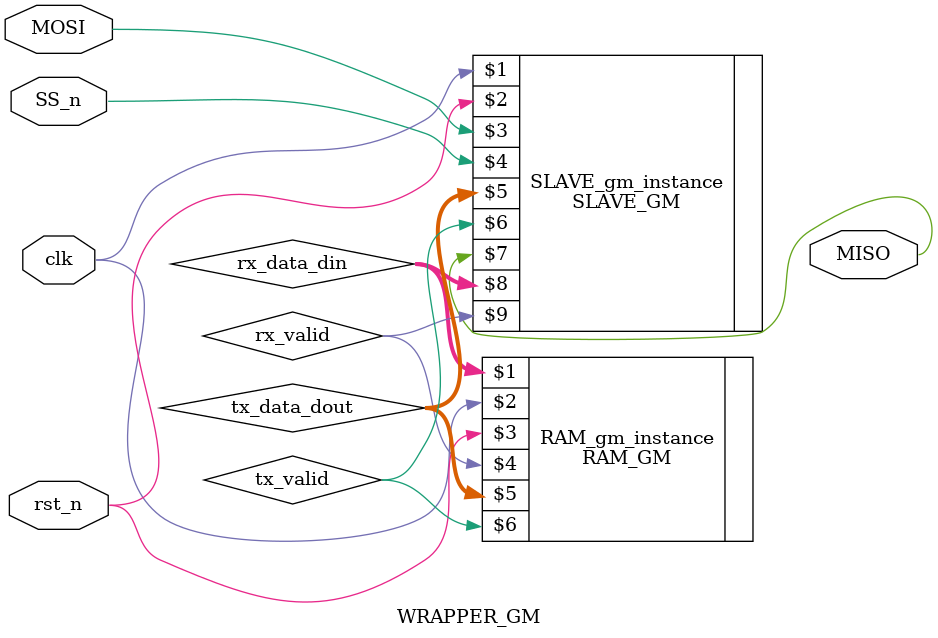
<source format=sv>
module WRAPPER_GM (MOSI,MISO,SS_n,clk,rst_n);

input  MOSI, SS_n, clk, rst_n;
output MISO;

wire [9:0] rx_data_din;
wire       rx_valid;
wire       tx_valid;
wire [7:0] tx_data_dout;

RAM_GM   RAM_gm_instance   (rx_data_din,clk,rst_n,rx_valid,tx_data_dout,tx_valid);
SLAVE_GM SLAVE_gm_instance (clk,rst_n,MOSI,SS_n,tx_data_dout,tx_valid,MISO,rx_data_din,rx_valid);

endmodule


</source>
